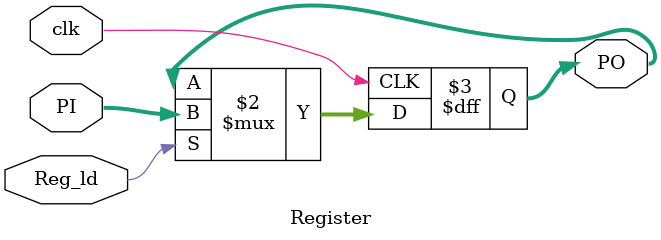
<source format=v>
`timescale 1ns/1ns
module Register( PI , clk , Reg_ld , PO );
  input [7:0] PI ; 
  input  clk , Reg_ld ;
  output reg [7:0] PO ;

always@(posedge clk) begin
   
     PO  <= (Reg_ld) ? PI : PO ; 

    end
endmodule


</source>
